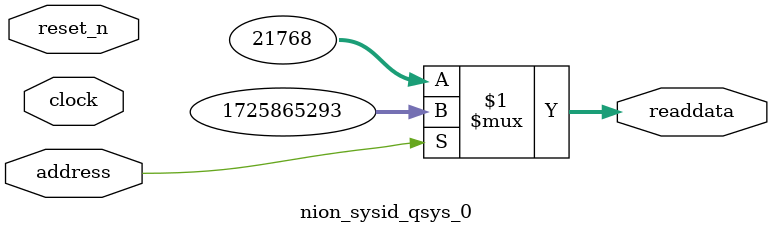
<source format=v>

`timescale 1ns / 1ps
// synthesis translate_on

// turn off superfluous verilog processor warnings 
// altera message_level Level1 
// altera message_off 10034 10035 10036 10037 10230 10240 10030 

module nion_sysid_qsys_0 (
               // inputs:
                address,
                clock,
                reset_n,

               // outputs:
                readdata
             )
;

  output  [ 31: 0] readdata;
  input            address;
  input            clock;
  input            reset_n;

  wire    [ 31: 0] readdata;
  //control_slave, which is an e_avalon_slave
  assign readdata = address ? 1725865293 : 21768;

endmodule




</source>
